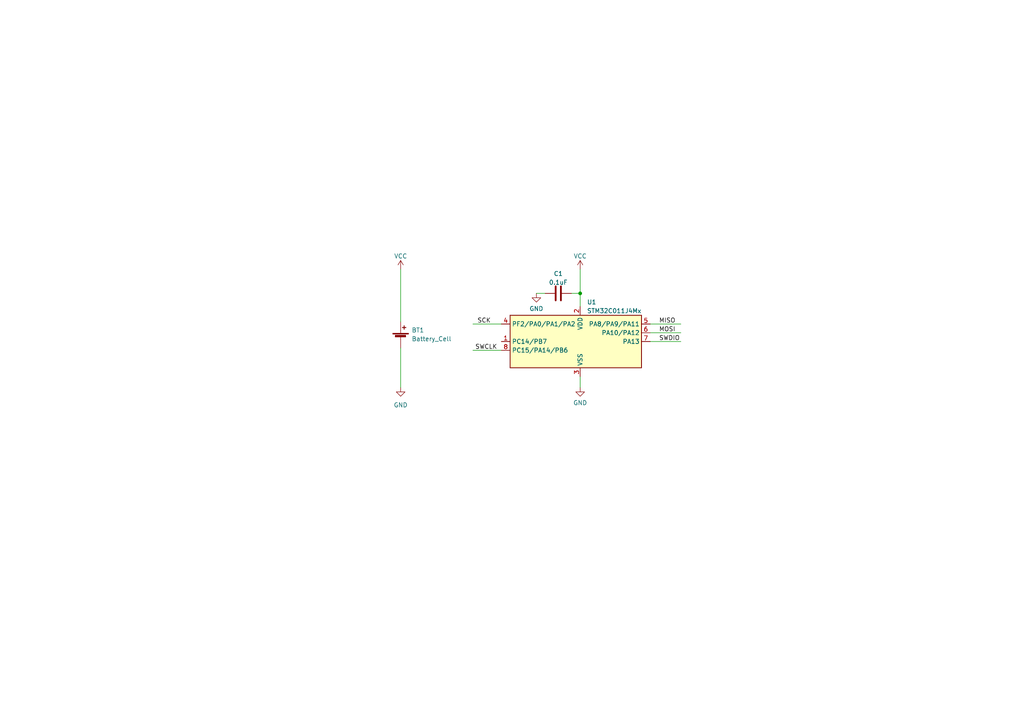
<source format=kicad_sch>
(kicad_sch (version 20230121) (generator eeschema)
  (paper "A4")
  (lib_symbols
    (symbol "Device:Battery_Cell" (pin_numbers hide) (pin_names (offset 0) hide)
      (property "Reference" "BT" (at 2.54 2.54 0))
      (property "Value" "Battery_Cell" (at 2.54 0 0))
      (symbol "Battery_Cell_0_1"
        (rectangle (start -2.286 1.778) (end 2.286 1.524) (fill (type outline)))
        (rectangle (start -1.5748 1.1938) (end 1.4732 0.6858) (fill (type outline)))
        (polyline (pts (xy 0 0.762) (xy 0 0)))
        (polyline (pts (xy 0 1.778) (xy 0 2.54)))
        (polyline (pts (xy 0.508 3.429) (xy 1.524 3.429)) (stroke (width 0.254)))
        (polyline (pts (xy 1.016 3.937) (xy 1.016 2.921)) (stroke (width 0.254)))
      )
      (symbol "Battery_Cell_1_1"
        (pin passive line (at 0 5.08 270) (length 2.54) (name "+") (number "1"))
        (pin passive line (at 0 -2.54 90) (length 2.54) (name "-") (number "2"))
      )
    )
    (symbol "Device:C" (pin_numbers hide) (pin_names (offset 0.254))
      (property "Reference" "C" (at 0.635 2.54 0))
      (property "Value" "C" (at 0.635 -2.54 0))
      (symbol "C_0_1"
        (polyline (pts (xy -2.032 -0.762) (xy 2.032 -0.762)) (stroke (width 0.508)))
        (polyline (pts (xy -2.032 0.762) (xy 2.032 0.762)) (stroke (width 0.508)))
      )
      (symbol "C_1_1"
        (pin passive line (at 0 3.81 270) (length 2.794) (name "~") (number "1"))
        (pin passive line (at 0 -3.81 90) (length 2.794) (name "~") (number "2"))
      )
    )
    (symbol "MCU_ST_STM32C0:STM32C011J4Mx"
      (property "Reference" "U" (at -17.78 8.89 0))
      (property "Value" "STM32C011J4Mx" (at 5.08 8.89 0))
      (symbol "STM32C011J4Mx_0_1"
        (rectangle (start -17.78 -7.62) (end 20.32 7.62) (stroke (width 0.254)) (fill (type background)))
      )
      (symbol "STM32C011J4Mx_1_1"
        (pin bidirectional line (at -20.32 0 0) (length 2.54) (name "PC14/PB7") (number "1"))
        (pin power_in line (at 2.54 10.16 270) (length 2.54) (name "VDD") (number "2"))
        (pin power_in line (at 2.54 -10.16 90) (length 2.54) (name "VSS") (number "3"))
        (pin bidirectional line (at -20.32 5.08 0) (length 2.54) (name "PF2/PA0/PA1/PA2") (number "4"))
        (pin bidirectional line (at 22.86 5.08 180) (length 2.54) (name "PA8/PA9/PA11") (number "5"))
        (pin bidirectional line (at 22.86 2.54 180) (length 2.54) (name "PA10/PA12") (number "6"))
        (pin bidirectional line (at 22.86 0 180) (length 2.54) (name "PA13") (number "7"))
        (pin bidirectional line (at -20.32 -2.54 0) (length 2.54) (name "PC15/PA14/PB6") (number "8"))
      )
    )
    (symbol "power:GND" (power) (pin_names (offset 0))
      (property "Value" "GND" (at 0 -3.81 0))
      (symbol "GND_0_1"
        (polyline (pts (xy 0 0) (xy 0 -1.27) (xy 1.27 -1.27) (xy 0 -2.54) (xy -1.27 -1.27) (xy 0 -1.27)))
      )
      (symbol "GND_1_1"
        (pin power_in line (at 0 0 270) (length 0) hide (name "GND") (number "1"))
      )
    )
    (symbol "power:VCC" (power) (pin_names (offset 0))
      (property "Value" "VCC" (at 0 3.81 0))
      (symbol "VCC_0_1"
        (polyline (pts (xy -0.762 1.27) (xy 0 2.54)))
        (polyline (pts (xy 0 0) (xy 0 2.54)))
        (polyline (pts (xy 0 2.54) (xy 0.762 1.27)))
      )
      (symbol "VCC_1_1"
        (pin power_in line (at 0 0 90) (length 0) hide (name "VCC") (number "1"))
      )
    )
  )
  (junction (at 168.275 85.09))
  (wire (pts (xy 168.275 78.105) (xy 168.275 85.09)))
  (wire (pts (xy 116.205 78.105) (xy 116.205 93.345)))
  (wire (pts (xy 188.595 99.06) (xy 197.485 99.06)))
  (wire (pts (xy 155.575 85.09) (xy 158.115 85.09)))
  (wire (pts (xy 116.205 112.395) (xy 116.205 100.965)))
  (wire (pts (xy 168.275 109.22) (xy 168.275 112.395)))
  (wire (pts (xy 137.16 101.6) (xy 145.415 101.6)))
  (wire (pts (xy 188.595 93.98) (xy 197.485 93.98)))
  (wire (pts (xy 188.595 96.52) (xy 197.485 96.52)))
  (wire (pts (xy 137.16 93.98) (xy 145.415 93.98)))
  (wire (pts (xy 165.735 85.09) (xy 168.275 85.09)))
  (wire (pts (xy 168.275 85.09) (xy 168.275 88.9)))
  (label "SCK" (at 138.43 93.98 0))
  (label "MOSI" (at 191.135 96.52 0))
  (label "SWDIO" (at 191.135 99.06 0))
  (label "SWCLK" (at 137.795 101.6 0))
  (label "MISO" (at 191.135 93.98 0))
  (symbol (lib_id "power:VCC") (at 168.275 78.105 0) (unit 1)
    (property "Reference" "#PWR02" (effects hide))
    (property "Value" "VCC" (at 168.275 74.295 0))
  )
  (symbol (lib_id "MCU_ST_STM32C0:STM32C011J4Mx") (at 165.735 99.06 0) (unit 1)
    (property "Reference" "U1" (at 170.2309 87.63 0) (effects (justify left)))
    (property "Value" "STM32C011J4Mx" (at 170.2309 90.17 0) (effects (justify left)))
    (property "Footprint" "Package_SO:SOIC-8_3.9x4.9mm_P1.27mm" (effects hide))
    (property "Datasheet" "https://www.st.com/resource/en/datasheet/stm32c011j4.pdf" (effects hide))
  )
  (symbol (lib_id "power:VCC") (at 116.205 78.105 0) (unit 1)
    (property "Reference" "#PWR04" (effects hide))
    (property "Value" "VCC" (at 116.205 74.295 0))
  )
  (symbol (lib_id "Device:C") (at 161.925 85.09 90) (unit 1)
    (property "Reference" "C1" (at 161.925 79.375 90))
    (property "Value" "0.1uF" (at 161.925 81.915 90))
    (property "Footprint" "Capacitor_SMD:C_0603_1608Metric" (effects hide))
  )
  (symbol (lib_id "power:GND") (at 155.575 85.09 0) (unit 1)
    (property "Reference" "#PWR03" (effects hide))
    (property "Value" "GND" (at 155.575 89.535 0))
  )
  (symbol (lib_id "power:GND") (at 168.275 112.395 0) (unit 1)
    (property "Reference" "#PWR01" (effects hide))
    (property "Value" "GND" (at 168.275 116.84 0))
  )
  (symbol (lib_id "Device:Battery_Cell") (at 116.205 98.425 0) (unit 1)
    (property "Reference" "BT1" (at 119.38 95.758 0) (effects (justify left)))
    (property "Value" "Battery_Cell" (at 119.38 98.298 0) (effects (justify left)))
    (property "Footprint" "Battery:BatteryHolder_Keystone_3034_1x20mm" (effects hide))
  )
  (symbol (lib_id "power:GND") (at 116.205 112.395 0) (unit 1)
    (property "Reference" "#PWR05" (effects hide))
    (property "Value" "GND" (at 116.205 117.475 0))
  )
)
</source>
